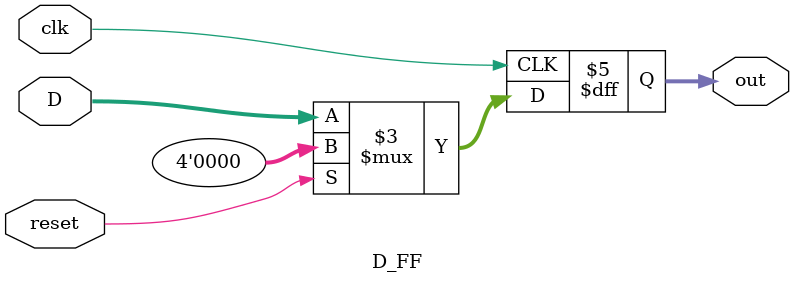
<source format=v>
`timescale 1ns / 1ps
module D_FF(D, clk, reset,out);
input [3:0] D;
input clk, reset;
output reg [3:0] out;

always@(posedge clk)
begin 
if(reset)
out<=4'b0000;
else
out<=D;
end 
endmodule

</source>
